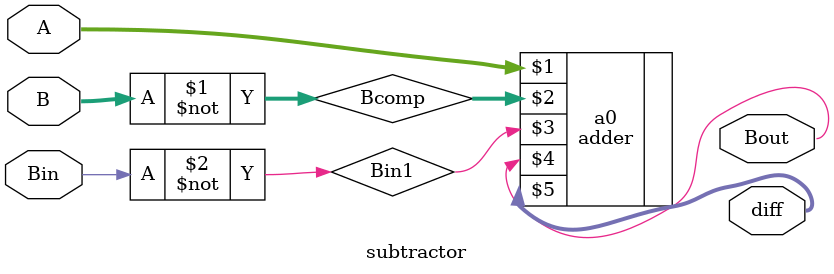
<source format=v>
module subtractor(A, B, Bin, Bout, diff);
    input [7:0] A,B;
    input Bin;
    output [7:0] diff;
    output Bout;

    wire [7:0] Bcomp;
    wire Bin1;

    assign Bcomp = ~B;
    assign Bin1 = ~Bin;

    adder a0(A, Bcomp, Bin1, Bout, diff);

endmodule
</source>
